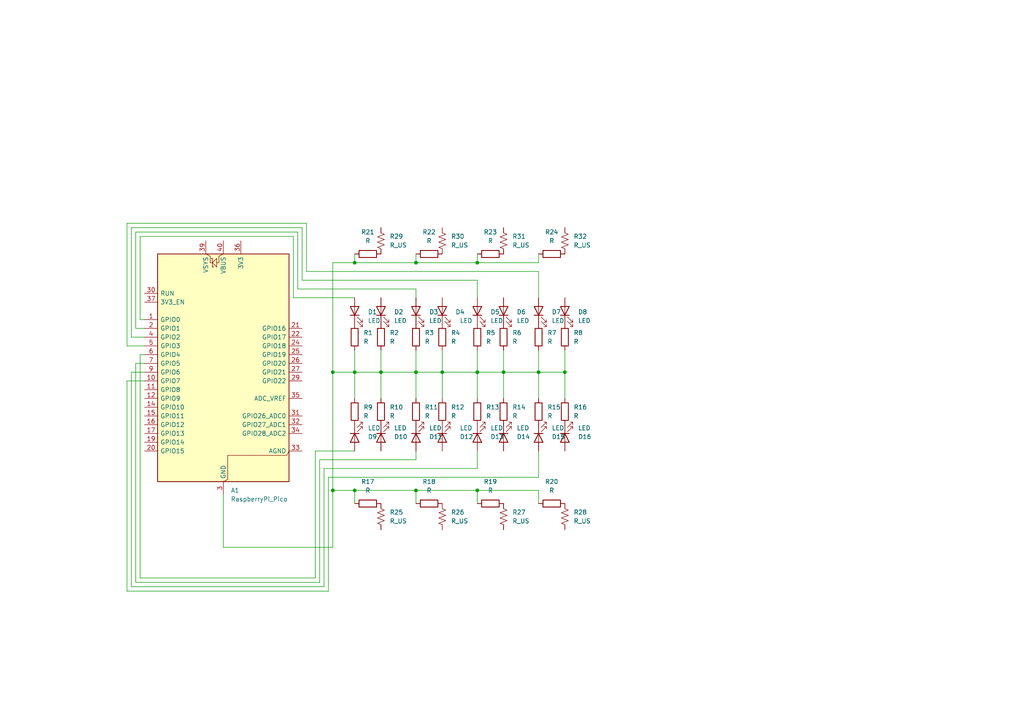
<source format=kicad_sch>
(kicad_sch (version 20250114) (generator "eeschema") (generator_version "9.0")
  (paper "A4")
  (lib_symbols
    (symbol "Device:LED" (pin_numbers (hide yes)) (pin_names (offset 1.016) (hide yes))
      (property "Reference" "D" (at 0 2.54 0))
      (property "Value" "LED" (at 0 -2.54 0))
      (symbol "LED_0_1"
        (polyline (pts (xy -3.048 -0.762) (xy -4.572 -2.286) (xy -3.81 -2.286) (xy -4.572 -2.286) (xy -4.572 -1.524)))
        (polyline (pts (xy -1.778 -0.762) (xy -3.302 -2.286) (xy -2.54 -2.286) (xy -3.302 -2.286) (xy -3.302 -1.524)))
        (polyline (pts (xy -1.27 0) (xy 1.27 0)))
        (polyline (pts (xy -1.27 -1.27) (xy -1.27 1.27)) (stroke (width 0.254)))
        (polyline (pts (xy 1.27 -1.27) (xy 1.27 1.27) (xy -1.27 0) (xy 1.27 -1.27)) (stroke (width 0.254)))
      )
      (symbol "LED_1_1"
        (pin passive line (at -3.81 0 0) (length 2.54) (name "K") (number "1"))
        (pin passive line (at 3.81 0 180) (length 2.54) (name "A") (number "2"))
      )
    )
    (symbol "Device:R" (pin_numbers (hide yes)) (pin_names (offset 0))
      (property "Reference" "R" (at 2.032 0 90))
      (property "Value" "R" (at 0 0 90))
      (symbol "R_0_1"
        (rectangle (start -1.016 -2.54) (end 1.016 2.54) (stroke (width 0.254)))
      )
      (symbol "R_1_1"
        (pin passive line (at 0 3.81 270) (length 1.27) (name "~") (number "1"))
        (pin passive line (at 0 -3.81 90) (length 1.27) (name "~") (number "2"))
      )
    )
    (symbol "Device:R_US" (pin_numbers (hide yes)) (pin_names (offset 0))
      (property "Reference" "R" (at 2.54 0 90))
      (property "Value" "R_US" (at -2.54 0 90))
      (symbol "R_US_0_1"
        (polyline (pts (xy 0 2.286) (xy 0 2.54)))
        (polyline (pts (xy 0 2.286) (xy 1.016 1.905) (xy 0 1.524) (xy -1.016 1.143) (xy 0 0.762)))
        (polyline (pts (xy 0 0.762) (xy 1.016 0.381) (xy 0 0) (xy -1.016 -0.381) (xy 0 -0.762)))
        (polyline (pts (xy 0 -0.762) (xy 1.016 -1.143) (xy 0 -1.524) (xy -1.016 -1.905) (xy 0 -2.286)))
        (polyline (pts (xy 0 -2.286) (xy 0 -2.54)))
      )
      (symbol "R_US_1_1"
        (pin passive line (at 0 3.81 270) (length 1.27) (name "~") (number "1"))
        (pin passive line (at 0 -3.81 90) (length 1.27) (name "~") (number "2"))
      )
    )
    (symbol "MCU_Module:RaspberryPi_Pico" (pin_names (offset 0.762))
      (property "Reference" "A" (at -19.05 35.56 0))
      (property "Value" "RaspberryPi_Pico" (at 7.62 35.56 0))
      (symbol "RaspberryPi_Pico_0_1"
        (rectangle (start -19.05 34.29) (end 19.05 -31.75) (stroke (width 0.254)) (fill (type background)))
        (polyline (pts (xy -5.08 34.29) (xy -3.81 33.655) (xy -3.81 31.75) (xy -3.175 31.75)))
        (polyline (pts (xy -3.429 32.766) (xy -3.429 33.02) (xy -3.175 33.02) (xy -3.175 30.48) (xy -2.921 30.48) (xy -2.921 30.734)))
        (polyline (pts (xy -3.175 31.75) (xy -1.905 33.02) (xy -1.905 30.48) (xy -3.175 31.75)))
        (polyline (pts (xy 0 34.29) (xy -1.27 33.655) (xy -1.27 31.75) (xy -1.905 31.75)))
        (polyline (pts (xy 0 -31.75) (xy 1.27 -31.115) (xy 1.27 -24.13) (xy 18.415 -24.13) (xy 19.05 -22.86)))
      )
      (symbol "RaspberryPi_Pico_1_1"
        (pin passive line (at -22.86 22.86 0) (length 3.81) (name "RUN") (number "30"))
        (pin passive line (at -22.86 20.32 0) (length 3.81) (name "3V3_EN") (number "37"))
        (pin bidirectional line (at -22.86 15.24 0) (length 3.81) (name "GPIO0") (number "1"))
        (pin bidirectional line (at -22.86 12.7 0) (length 3.81) (name "GPIO1") (number "2"))
        (pin bidirectional line (at -22.86 10.16 0) (length 3.81) (name "GPIO2") (number "4"))
        (pin bidirectional line (at -22.86 7.62 0) (length 3.81) (name "GPIO3") (number "5"))
        (pin bidirectional line (at -22.86 5.08 0) (length 3.81) (name "GPIO4") (number "6"))
        (pin bidirectional line (at -22.86 2.54 0) (length 3.81) (name "GPIO5") (number "7"))
        (pin bidirectional line (at -22.86 0 0) (length 3.81) (name "GPIO6") (number "9"))
        (pin bidirectional line (at -22.86 -2.54 0) (length 3.81) (name "GPIO7") (number "10"))
        (pin bidirectional line (at -22.86 -5.08 0) (length 3.81) (name "GPIO8") (number "11"))
        (pin bidirectional line (at -22.86 -7.62 0) (length 3.81) (name "GPIO9") (number "12"))
        (pin bidirectional line (at -22.86 -10.16 0) (length 3.81) (name "GPIO10") (number "14"))
        (pin bidirectional line (at -22.86 -12.7 0) (length 3.81) (name "GPIO11") (number "15"))
        (pin bidirectional line (at -22.86 -15.24 0) (length 3.81) (name "GPIO12") (number "16"))
        (pin bidirectional line (at -22.86 -17.78 0) (length 3.81) (name "GPIO13") (number "17"))
        (pin bidirectional line (at -22.86 -20.32 0) (length 3.81) (name "GPIO14") (number "19"))
        (pin bidirectional line (at -22.86 -22.86 0) (length 3.81) (name "GPIO15") (number "20"))
        (pin power_in line (at -5.08 38.1 270) (length 3.81) (name "VSYS") (number "39"))
        (pin power_out line (at 0 38.1 270) (length 3.81) (name "VBUS") (number "40"))
        (pin passive line (at 0 -35.56 90) (length 3.81) (hide yes) (name "GND") (number "13"))
        (pin passive line (at 0 -35.56 90) (length 3.81) (hide yes) (name "GND") (number "18"))
        (pin passive line (at 0 -35.56 90) (length 3.81) (hide yes) (name "GND") (number "23"))
        (pin passive line (at 0 -35.56 90) (length 3.81) (hide yes) (name "GND") (number "28"))
        (pin power_out line (at 0 -35.56 90) (length 3.81) (name "GND") (number "3"))
        (pin passive line (at 0 -35.56 90) (length 3.81) (hide yes) (name "GND") (number "38"))
        (pin passive line (at 0 -35.56 90) (length 3.81) (hide yes) (name "GND") (number "8"))
        (pin power_out line (at 5.08 38.1 270) (length 3.81) (name "3V3") (number "36"))
        (pin bidirectional line (at 22.86 12.7 180) (length 3.81) (name "GPIO16") (number "21"))
        (pin bidirectional line (at 22.86 10.16 180) (length 3.81) (name "GPIO17") (number "22"))
        (pin bidirectional line (at 22.86 7.62 180) (length 3.81) (name "GPIO18") (number "24"))
        (pin bidirectional line (at 22.86 5.08 180) (length 3.81) (name "GPIO19") (number "25"))
        (pin bidirectional line (at 22.86 2.54 180) (length 3.81) (name "GPIO20") (number "26"))
        (pin bidirectional line (at 22.86 0 180) (length 3.81) (name "GPIO21") (number "27"))
        (pin bidirectional line (at 22.86 -2.54 180) (length 3.81) (name "GPIO22") (number "29"))
        (pin power_in line (at 22.86 -7.62 180) (length 3.81) (name "ADC_VREF") (number "35"))
        (pin bidirectional line (at 22.86 -12.7 180) (length 3.81) (name "GPIO26_ADC0") (number "31"))
        (pin bidirectional line (at 22.86 -15.24 180) (length 3.81) (name "GPIO27_ADC1") (number "32"))
        (pin bidirectional line (at 22.86 -17.78 180) (length 3.81) (name "GPIO28_ADC2") (number "34"))
        (pin power_out line (at 22.86 -22.86 180) (length 3.81) (name "AGND") (number "33"))
      )
    )
  )
  (junction (at 96.52 107.95))
  (junction (at 120.65 76.2))
  (junction (at 120.65 107.95))
  (junction (at 163.83 107.95))
  (junction (at 146.05 107.95))
  (junction (at 110.49 107.95))
  (junction (at 120.65 142.24))
  (junction (at 138.43 142.24))
  (junction (at 102.87 142.24))
  (junction (at 102.87 107.95))
  (junction (at 102.87 76.2))
  (junction (at 128.27 107.95))
  (junction (at 96.52 142.24))
  (junction (at 138.43 107.95))
  (junction (at 138.43 76.2))
  (junction (at 156.21 107.95))
  (wire (pts (xy 156.21 138.43) (xy 156.21 130.81)))
  (wire (pts (xy 38.1 170.18) (xy 93.98 170.18)))
  (wire (pts (xy 156.21 78.74) (xy 156.21 86.36)))
  (wire (pts (xy 156.21 107.95) (xy 156.21 115.57)))
  (wire (pts (xy 120.65 142.24) (xy 102.87 142.24)))
  (wire (pts (xy 96.52 107.95) (xy 96.52 142.24)))
  (wire (pts (xy 39.37 168.91) (xy 39.37 105.41)))
  (wire (pts (xy 85.09 68.58) (xy 85.09 86.36)))
  (wire (pts (xy 120.65 107.95) (xy 128.27 107.95)))
  (wire (pts (xy 36.83 64.77) (xy 88.9 64.77)))
  (wire (pts (xy 87.63 81.28) (xy 138.43 81.28)))
  (wire (pts (xy 39.37 105.41) (xy 41.91 105.41)))
  (wire (pts (xy 146.05 107.95) (xy 156.21 107.95)))
  (wire (pts (xy 40.64 167.64) (xy 91.44 167.64)))
  (wire (pts (xy 96.52 76.2) (xy 96.52 107.95)))
  (wire (pts (xy 92.71 133.35) (xy 92.71 168.91)))
  (wire (pts (xy 156.21 142.24) (xy 138.43 142.24)))
  (wire (pts (xy 92.71 168.91) (xy 39.37 168.91)))
  (wire (pts (xy 41.91 107.95) (xy 38.1 107.95)))
  (wire (pts (xy 110.49 101.6) (xy 110.49 107.95)))
  (wire (pts (xy 41.91 100.33) (xy 36.83 100.33)))
  (wire (pts (xy 96.52 107.95) (xy 102.87 107.95)))
  (wire (pts (xy 41.91 102.87) (xy 40.64 102.87)))
  (wire (pts (xy 64.77 143.51) (xy 64.77 158.75)))
  (wire (pts (xy 64.77 158.75) (xy 96.52 158.75)))
  (wire (pts (xy 138.43 81.28) (xy 138.43 86.36)))
  (wire (pts (xy 138.43 101.6) (xy 138.43 107.95)))
  (wire (pts (xy 120.65 107.95) (xy 120.65 115.57)))
  (wire (pts (xy 146.05 107.95) (xy 146.05 115.57)))
  (wire (pts (xy 41.91 97.79) (xy 38.1 97.79)))
  (wire (pts (xy 120.65 146.05) (xy 120.65 142.24)))
  (wire (pts (xy 138.43 107.95) (xy 146.05 107.95)))
  (wire (pts (xy 38.1 66.04) (xy 87.63 66.04)))
  (wire (pts (xy 91.44 167.64) (xy 91.44 130.81)))
  (wire (pts (xy 86.36 83.82) (xy 120.65 83.82)))
  (wire (pts (xy 163.83 101.6) (xy 163.83 107.95)))
  (wire (pts (xy 93.98 170.18) (xy 93.98 135.89)))
  (wire (pts (xy 163.83 107.95) (xy 163.83 115.57)))
  (wire (pts (xy 36.83 171.45) (xy 95.25 171.45)))
  (wire (pts (xy 40.64 102.87) (xy 40.64 167.64)))
  (wire (pts (xy 120.65 133.35) (xy 92.71 133.35)))
  (wire (pts (xy 138.43 76.2) (xy 120.65 76.2)))
  (wire (pts (xy 110.49 107.95) (xy 110.49 115.57)))
  (wire (pts (xy 156.21 146.05) (xy 156.21 142.24)))
  (wire (pts (xy 93.98 135.89) (xy 138.43 135.89)))
  (wire (pts (xy 96.52 158.75) (xy 96.52 142.24)))
  (wire (pts (xy 120.65 83.82) (xy 120.65 86.36)))
  (wire (pts (xy 41.91 92.71) (xy 40.64 92.71)))
  (wire (pts (xy 156.21 73.66) (xy 156.21 76.2)))
  (wire (pts (xy 88.9 78.74) (xy 156.21 78.74)))
  (wire (pts (xy 110.49 107.95) (xy 120.65 107.95)))
  (wire (pts (xy 128.27 101.6) (xy 128.27 107.95)))
  (wire (pts (xy 120.65 76.2) (xy 102.87 76.2)))
  (wire (pts (xy 36.83 110.49) (xy 36.83 171.45)))
  (wire (pts (xy 39.37 67.31) (xy 86.36 67.31)))
  (wire (pts (xy 38.1 97.79) (xy 38.1 66.04)))
  (wire (pts (xy 146.05 101.6) (xy 146.05 107.95)))
  (wire (pts (xy 102.87 107.95) (xy 110.49 107.95)))
  (wire (pts (xy 102.87 142.24) (xy 96.52 142.24)))
  (wire (pts (xy 102.87 107.95) (xy 102.87 115.57)))
  (wire (pts (xy 41.91 110.49) (xy 36.83 110.49)))
  (wire (pts (xy 40.64 68.58) (xy 85.09 68.58)))
  (wire (pts (xy 91.44 130.81) (xy 102.87 130.81)))
  (wire (pts (xy 87.63 66.04) (xy 87.63 81.28)))
  (wire (pts (xy 36.83 100.33) (xy 36.83 64.77)))
  (wire (pts (xy 138.43 107.95) (xy 138.43 115.57)))
  (wire (pts (xy 138.43 146.05) (xy 138.43 142.24)))
  (wire (pts (xy 156.21 76.2) (xy 138.43 76.2)))
  (wire (pts (xy 85.09 86.36) (xy 102.87 86.36)))
  (wire (pts (xy 156.21 101.6) (xy 156.21 107.95)))
  (wire (pts (xy 38.1 107.95) (xy 38.1 170.18)))
  (wire (pts (xy 128.27 107.95) (xy 128.27 115.57)))
  (wire (pts (xy 86.36 67.31) (xy 86.36 83.82)))
  (wire (pts (xy 102.87 101.6) (xy 102.87 107.95)))
  (wire (pts (xy 128.27 107.95) (xy 138.43 107.95)))
  (wire (pts (xy 102.87 76.2) (xy 96.52 76.2)))
  (wire (pts (xy 102.87 73.66) (xy 102.87 76.2)))
  (wire (pts (xy 120.65 130.81) (xy 120.65 133.35)))
  (wire (pts (xy 120.65 73.66) (xy 120.65 76.2)))
  (wire (pts (xy 120.65 101.6) (xy 120.65 107.95)))
  (wire (pts (xy 39.37 95.25) (xy 39.37 67.31)))
  (wire (pts (xy 88.9 64.77) (xy 88.9 78.74)))
  (wire (pts (xy 138.43 135.89) (xy 138.43 130.81)))
  (wire (pts (xy 41.91 95.25) (xy 39.37 95.25)))
  (wire (pts (xy 95.25 138.43) (xy 156.21 138.43)))
  (wire (pts (xy 138.43 73.66) (xy 138.43 76.2)))
  (wire (pts (xy 102.87 146.05) (xy 102.87 142.24)))
  (wire (pts (xy 40.64 92.71) (xy 40.64 68.58)))
  (wire (pts (xy 95.25 171.45) (xy 95.25 138.43)))
  (wire (pts (xy 156.21 107.95) (xy 163.83 107.95)))
  (wire (pts (xy 138.43 142.24) (xy 120.65 142.24)))
  (symbol (lib_id "Device:LED") (at 110.49 127 90) (mirror x) (unit 1)
    (property "Reference" "D10" (at 114.3 126.6826 90) (effects (justify right)))
    (property "Value" "LED" (at 114.3 124.1426 90) (effects (justify right)))
    (property "Description" "Light emitting diode" (effects (hide yes)))
    (property "Sim.Pins" "1=K 2=A" (effects (hide yes)))
  )
  (symbol (lib_id "Device:R") (at 156.21 97.79 0) (unit 1)
    (property "Reference" "R7" (at 158.75 96.5199 0) (effects (justify left)))
    (property "Value" "R" (at 158.75 99.0599 0) (effects (justify left)))
    (property "Description" "Resistor" (effects (hide yes)))
  )
  (symbol (lib_id "Device:R") (at 138.43 119.38 0) (unit 1)
    (property "Reference" "R13" (at 140.97 118.1099 0) (effects (justify left)))
    (property "Value" "R" (at 140.97 120.6499 0) (effects (justify left)))
    (property "Description" "Resistor" (effects (hide yes)))
  )
  (symbol (lib_id "Device:R") (at 146.05 97.79 0) (unit 1)
    (property "Reference" "R6" (at 148.59 96.5199 0) (effects (justify left)))
    (property "Value" "R" (at 148.59 99.0599 0) (effects (justify left)))
    (property "Description" "Resistor" (effects (hide yes)))
  )
  (symbol (lib_id "Device:R") (at 146.05 119.38 0) (unit 1)
    (property "Reference" "R14" (at 148.59 118.1099 0) (effects (justify left)))
    (property "Value" "R" (at 148.59 120.6499 0) (effects (justify left)))
    (property "Description" "Resistor" (effects (hide yes)))
  )
  (symbol (lib_id "Device:LED") (at 128.27 127 90) (mirror x) (unit 1)
    (property "Reference" "D12" (at 133.35 126.6826 90) (effects (justify right)))
    (property "Value" "LED" (at 133.35 124.1426 90) (effects (justify right)))
    (property "Description" "Light emitting diode" (effects (hide yes)))
    (property "Sim.Pins" "1=K 2=A" (effects (hide yes)))
  )
  (symbol (lib_id "Device:R") (at 124.46 73.66 90) (unit 1)
    (property "Reference" "R22" (at 124.46 67.31 90))
    (property "Value" "R" (at 124.46 69.85 90))
    (property "Description" "Resistor" (effects (hide yes)))
  )
  (symbol (lib_id "Device:R") (at 163.83 119.38 0) (unit 1)
    (property "Reference" "R16" (at 166.37 118.1099 0) (effects (justify left)))
    (property "Value" "R" (at 166.37 120.6499 0) (effects (justify left)))
    (property "Description" "Resistor" (effects (hide yes)))
  )
  (symbol (lib_id "Device:R_US") (at 146.05 69.85 0) (unit 1)
    (property "Reference" "R31" (at 148.59 68.5799 0) (effects (justify left)))
    (property "Value" "R_US" (at 148.59 71.1199 0) (effects (justify left)))
    (property "Description" "Resistor, US symbol" (effects (hide yes)))
  )
  (symbol (lib_id "Device:LED") (at 138.43 127 90) (mirror x) (unit 1)
    (property "Reference" "D13" (at 142.24 126.6826 90) (effects (justify right)))
    (property "Value" "LED" (at 142.24 124.1426 90) (effects (justify right)))
    (property "Description" "Light emitting diode" (effects (hide yes)))
    (property "Sim.Pins" "1=K 2=A" (effects (hide yes)))
  )
  (symbol (lib_id "Device:R") (at 142.24 73.66 90) (unit 1)
    (property "Reference" "R23" (at 142.24 67.31 90))
    (property "Value" "R" (at 142.24 69.85 90))
    (property "Description" "Resistor" (effects (hide yes)))
  )
  (symbol (lib_id "MCU_Module:RaspberryPi_Pico") (at 64.77 107.95 0) (unit 1)
    (property "Reference" "A1" (at 66.9133 142.24 0) (effects (justify left)))
    (property "Value" "RaspberryPi_Pico" (at 66.9133 144.78 0) (effects (justify left)))
    (property "Footprint" "Module:RaspberryPi_Pico_Common_Unspecified" (effects (hide yes)))
    (property "Datasheet" "https://datasheets.raspberrypi.com/pico/pico-datasheet.pdf" (effects (hide yes)))
    (property "Description" "Versatile and inexpensive microcontroller module powered by RP2040 dual-core Arm Cortex-M0+ processor up to 133 MHz, 264kB SRAM, 2MB QSPI flash; also supports Raspberry Pi Pico 2" (effects (hide yes)))
  )
  (symbol (lib_id "Device:R_US") (at 163.83 69.85 0) (unit 1)
    (property "Reference" "R32" (at 166.37 68.5799 0) (effects (justify left)))
    (property "Value" "R_US" (at 166.37 71.1199 0) (effects (justify left)))
    (property "Description" "Resistor, US symbol" (effects (hide yes)))
  )
  (symbol (lib_id "Device:R") (at 120.65 97.79 0) (unit 1)
    (property "Reference" "R3" (at 123.19 96.5199 0) (effects (justify left)))
    (property "Value" "R" (at 123.19 99.0599 0) (effects (justify left)))
    (property "Description" "Resistor" (effects (hide yes)))
  )
  (symbol (lib_id "Device:LED") (at 110.49 90.17 90) (unit 1)
    (property "Reference" "D2" (at 114.3 90.4874 90) (effects (justify right)))
    (property "Value" "LED" (at 114.3 93.0274 90) (effects (justify right)))
    (property "Description" "Light emitting diode" (effects (hide yes)))
    (property "Sim.Pins" "1=K 2=A" (effects (hide yes)))
  )
  (symbol (lib_id "Device:R_US") (at 110.49 69.85 0) (unit 1)
    (property "Reference" "R29" (at 113.03 68.5799 0) (effects (justify left)))
    (property "Value" "R_US" (at 113.03 71.1199 0) (effects (justify left)))
    (property "Description" "Resistor, US symbol" (effects (hide yes)))
  )
  (symbol (lib_id "Device:R_US") (at 163.83 149.86 0) (unit 1)
    (property "Reference" "R28" (at 166.37 148.5899 0) (effects (justify left)))
    (property "Value" "R_US" (at 166.37 151.1299 0) (effects (justify left)))
    (property "Description" "Resistor, US symbol" (effects (hide yes)))
  )
  (symbol (lib_id "Device:R") (at 124.46 146.05 90) (unit 1)
    (property "Reference" "R18" (at 124.46 139.7 90))
    (property "Value" "R" (at 124.46 142.24 90))
    (property "Description" "Resistor" (effects (hide yes)))
  )
  (symbol (lib_id "Device:LED") (at 146.05 90.17 90) (unit 1)
    (property "Reference" "D6" (at 149.86 90.4874 90) (effects (justify right)))
    (property "Value" "LED" (at 149.86 93.0274 90) (effects (justify right)))
    (property "Description" "Light emitting diode" (effects (hide yes)))
    (property "Sim.Pins" "1=K 2=A" (effects (hide yes)))
  )
  (symbol (lib_id "Device:R") (at 163.83 97.79 0) (unit 1)
    (property "Reference" "R8" (at 166.37 96.5199 0) (effects (justify left)))
    (property "Value" "R" (at 166.37 99.0599 0) (effects (justify left)))
    (property "Description" "Resistor" (effects (hide yes)))
  )
  (symbol (lib_id "Device:R") (at 102.87 119.38 0) (unit 1)
    (property "Reference" "R9" (at 105.41 118.1099 0) (effects (justify left)))
    (property "Value" "R" (at 105.41 120.6499 0) (effects (justify left)))
    (property "Description" "Resistor" (effects (hide yes)))
  )
  (symbol (lib_id "Device:LED") (at 120.65 127 90) (mirror x) (unit 1)
    (property "Reference" "D11" (at 124.46 126.6826 90) (effects (justify right)))
    (property "Value" "LED" (at 124.46 124.1426 90) (effects (justify right)))
    (property "Description" "Light emitting diode" (effects (hide yes)))
    (property "Sim.Pins" "1=K 2=A" (effects (hide yes)))
  )
  (symbol (lib_id "Device:LED") (at 120.65 90.17 90) (unit 1)
    (property "Reference" "D3" (at 124.46 90.4874 90) (effects (justify right)))
    (property "Value" "LED" (at 124.46 93.0274 90) (effects (justify right)))
    (property "Description" "Light emitting diode" (effects (hide yes)))
    (property "Sim.Pins" "1=K 2=A" (effects (hide yes)))
  )
  (symbol (lib_id "Device:R") (at 160.02 73.66 90) (unit 1)
    (property "Reference" "R24" (at 160.02 67.31 90))
    (property "Value" "R" (at 160.02 69.85 90))
    (property "Description" "Resistor" (effects (hide yes)))
  )
  (symbol (lib_id "Device:LED") (at 156.21 90.17 90) (unit 1)
    (property "Reference" "D7" (at 160.02 90.4874 90) (effects (justify right)))
    (property "Value" "LED" (at 160.02 93.0274 90) (effects (justify right)))
    (property "Description" "Light emitting diode" (effects (hide yes)))
    (property "Sim.Pins" "1=K 2=A" (effects (hide yes)))
  )
  (symbol (lib_id "Device:R") (at 120.65 119.38 0) (unit 1)
    (property "Reference" "R11" (at 123.19 118.1099 0) (effects (justify left)))
    (property "Value" "R" (at 123.19 120.6499 0) (effects (justify left)))
    (property "Description" "Resistor" (effects (hide yes)))
  )
  (symbol (lib_id "Device:R") (at 156.21 119.38 0) (unit 1)
    (property "Reference" "R15" (at 158.75 118.1099 0) (effects (justify left)))
    (property "Value" "R" (at 158.75 120.6499 0) (effects (justify left)))
    (property "Description" "Resistor" (effects (hide yes)))
  )
  (symbol (lib_id "Device:LED") (at 102.87 90.17 90) (unit 1)
    (property "Reference" "D1" (at 106.68 90.4874 90) (effects (justify right)))
    (property "Value" "LED" (at 106.68 93.0274 90) (effects (justify right)))
    (property "Description" "Light emitting diode" (effects (hide yes)))
    (property "Sim.Pins" "1=K 2=A" (effects (hide yes)))
  )
  (symbol (lib_id "Device:R") (at 102.87 97.79 0) (unit 1)
    (property "Reference" "R1" (at 105.41 96.5199 0) (effects (justify left)))
    (property "Value" "R" (at 105.41 99.0599 0) (effects (justify left)))
    (property "Description" "Resistor" (effects (hide yes)))
  )
  (symbol (lib_id "Device:R_US") (at 146.05 149.86 0) (unit 1)
    (property "Reference" "R27" (at 148.59 148.5899 0) (effects (justify left)))
    (property "Value" "R_US" (at 148.59 151.1299 0) (effects (justify left)))
    (property "Description" "Resistor, US symbol" (effects (hide yes)))
  )
  (symbol (lib_id "Device:R_US") (at 128.27 69.85 0) (unit 1)
    (property "Reference" "R30" (at 130.81 68.5799 0) (effects (justify left)))
    (property "Value" "R_US" (at 130.81 71.1199 0) (effects (justify left)))
    (property "Description" "Resistor, US symbol" (effects (hide yes)))
  )
  (symbol (lib_id "Device:R") (at 106.68 146.05 90) (unit 1)
    (property "Reference" "R17" (at 106.68 139.7 90))
    (property "Value" "R" (at 106.68 142.24 90))
    (property "Description" "Resistor" (effects (hide yes)))
  )
  (symbol (lib_id "Device:R") (at 128.27 119.38 0) (unit 1)
    (property "Reference" "R12" (at 130.81 118.1099 0) (effects (justify left)))
    (property "Value" "R" (at 130.81 120.6499 0) (effects (justify left)))
    (property "Description" "Resistor" (effects (hide yes)))
  )
  (symbol (lib_id "Device:R") (at 128.27 97.79 0) (unit 1)
    (property "Reference" "R4" (at 130.81 96.5199 0) (effects (justify left)))
    (property "Value" "R" (at 130.81 99.0599 0) (effects (justify left)))
    (property "Description" "Resistor" (effects (hide yes)))
  )
  (symbol (lib_id "Device:LED") (at 156.21 127 90) (mirror x) (unit 1)
    (property "Reference" "D15" (at 160.02 126.6826 90) (effects (justify right)))
    (property "Value" "LED" (at 160.02 124.1426 90) (effects (justify right)))
    (property "Description" "Light emitting diode" (effects (hide yes)))
    (property "Sim.Pins" "1=K 2=A" (effects (hide yes)))
  )
  (symbol (lib_id "Device:R") (at 110.49 119.38 0) (unit 1)
    (property "Reference" "R10" (at 113.03 118.1099 0) (effects (justify left)))
    (property "Value" "R" (at 113.03 120.6499 0) (effects (justify left)))
    (property "Description" "Resistor" (effects (hide yes)))
  )
  (symbol (lib_id "Device:LED") (at 163.83 127 90) (mirror x) (unit 1)
    (property "Reference" "D16" (at 167.64 126.6826 90) (effects (justify right)))
    (property "Value" "LED" (at 167.64 124.1426 90) (effects (justify right)))
    (property "Description" "Light emitting diode" (effects (hide yes)))
    (property "Sim.Pins" "1=K 2=A" (effects (hide yes)))
  )
  (symbol (lib_id "Device:R") (at 160.02 146.05 90) (unit 1)
    (property "Reference" "R20" (at 160.02 139.7 90))
    (property "Value" "R" (at 160.02 142.24 90))
    (property "Description" "Resistor" (effects (hide yes)))
  )
  (symbol (lib_id "Device:LED") (at 128.27 90.17 90) (unit 1)
    (property "Reference" "D4" (at 132.08 90.4874 90) (effects (justify right)))
    (property "Value" "LED" (at 133.35 93.0274 90) (effects (justify right)))
    (property "Description" "Light emitting diode" (effects (hide yes)))
    (property "Sim.Pins" "1=K 2=A" (effects (hide yes)))
  )
  (symbol (lib_id "Device:LED") (at 138.43 90.17 90) (unit 1)
    (property "Reference" "D5" (at 142.24 90.4874 90) (effects (justify right)))
    (property "Value" "LED" (at 142.24 93.0274 90) (effects (justify right)))
    (property "Description" "Light emitting diode" (effects (hide yes)))
    (property "Sim.Pins" "1=K 2=A" (effects (hide yes)))
  )
  (symbol (lib_id "Device:R") (at 138.43 97.79 0) (unit 1)
    (property "Reference" "R5" (at 140.97 96.5199 0) (effects (justify left)))
    (property "Value" "R" (at 140.97 99.0599 0) (effects (justify left)))
    (property "Description" "Resistor" (effects (hide yes)))
  )
  (symbol (lib_id "Device:R") (at 106.68 73.66 90) (unit 1)
    (property "Reference" "R21" (at 106.68 67.31 90))
    (property "Value" "R" (at 106.68 69.85 90))
    (property "Description" "Resistor" (effects (hide yes)))
  )
  (symbol (lib_id "Device:R") (at 110.49 97.79 0) (unit 1)
    (property "Reference" "R2" (at 113.03 96.5199 0) (effects (justify left)))
    (property "Value" "R" (at 113.03 99.0599 0) (effects (justify left)))
    (property "Description" "Resistor" (effects (hide yes)))
  )
  (symbol (lib_id "Device:LED") (at 102.87 127 90) (mirror x) (unit 1)
    (property "Reference" "D9" (at 106.68 126.6826 90) (effects (justify right)))
    (property "Value" "LED" (at 106.68 124.1426 90) (effects (justify right)))
    (property "Description" "Light emitting diode" (effects (hide yes)))
    (property "Sim.Pins" "1=K 2=A" (effects (hide yes)))
  )
  (symbol (lib_id "Device:R") (at 142.24 146.05 90) (unit 1)
    (property "Reference" "R19" (at 142.24 139.7 90))
    (property "Value" "R" (at 142.24 142.24 90))
    (property "Description" "Resistor" (effects (hide yes)))
  )
  (symbol (lib_id "Device:R_US") (at 128.27 149.86 0) (unit 1)
    (property "Reference" "R26" (at 130.81 148.5899 0) (effects (justify left)))
    (property "Value" "R_US" (at 130.81 151.1299 0) (effects (justify left)))
    (property "Description" "Resistor, US symbol" (effects (hide yes)))
  )
  (symbol (lib_id "Device:LED") (at 163.83 90.17 90) (unit 1)
    (property "Reference" "D8" (at 167.64 90.4874 90) (effects (justify right)))
    (property "Value" "LED" (at 167.64 93.0274 90) (effects (justify right)))
    (property "Description" "Light emitting diode" (effects (hide yes)))
    (property "Sim.Pins" "1=K 2=A" (effects (hide yes)))
  )
  (symbol (lib_id "Device:R_US") (at 110.49 149.86 0) (unit 1)
    (property "Reference" "R25" (at 113.03 148.5899 0) (effects (justify left)))
    (property "Value" "R_US" (at 113.03 151.1299 0) (effects (justify left)))
    (property "Description" "Resistor, US symbol" (effects (hide yes)))
  )
  (symbol (lib_id "Device:LED") (at 146.05 127 90) (mirror x) (unit 1)
    (property "Reference" "D14" (at 149.86 126.6826 90) (effects (justify right)))
    (property "Value" "LED" (at 149.86 124.1426 90) (effects (justify right)))
    (property "Description" "Light emitting diode" (effects (hide yes)))
    (property "Sim.Pins" "1=K 2=A" (effects (hide yes)))
  )
)
</source>
